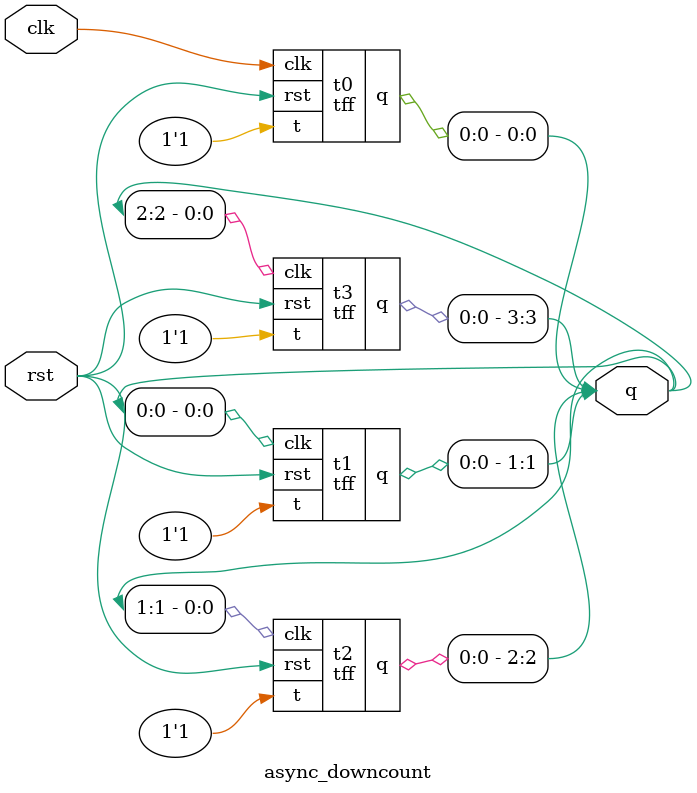
<source format=v>
module tff (input clk, input rst, input t, output reg q);
always @(posedge clk or posedge rst)begin
       	if (rst) q <= 1'b0;
       	else if (t) q <= ~q;
end
endmodule

module async_downcount(
	input clk,rst,
	output [3:0]q
);
tff t0(.clk(clk),.rst(rst),.t(1'b1),.q(q[0]));
tff t1(.clk(q[0]),.rst(rst),.t(1'b1),.q(q[1]));
tff t2(.clk(q[1]),.rst(rst),.t(1'b1),.q(q[2]));
tff t3(.clk(q[2]),.rst(rst),.t(1'b1),.q(q[3]));
endmodule

</source>
